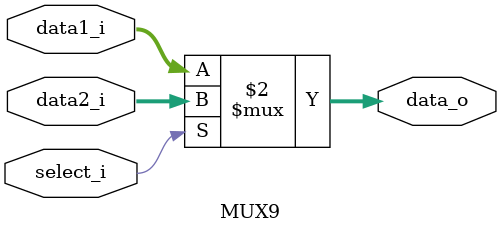
<source format=v>
module MUX9
(
	data1_i,
	data2_i,
	select_i,
	data_o
);

input	[8:0]	data1_i, data2_i;
input			select_i;
output	[8:0]	data_o;

assign data_o = (select_i == 1'b0) ? data1_i : data2_i;

endmodule
</source>
